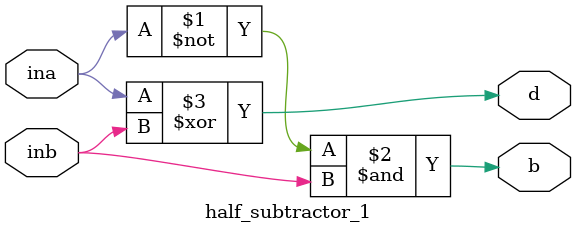
<source format=v>
`timescale 1ns / 1ps

module half_subtractor_1(
    input ina, inb,
    output b, d
);

assign b = (~ina) & inb;
assign d = ina ^ inb;

endmodule
</source>
